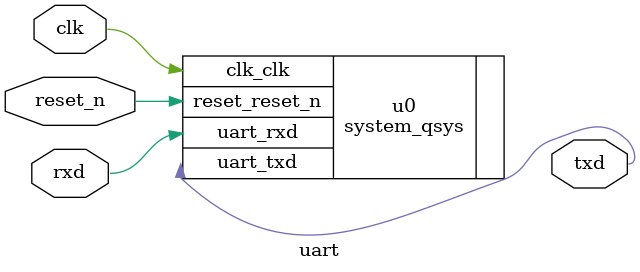
<source format=v>
module uart(
	input clk,
	input reset_n,
	//uart的接收和发送端
	input rxd,//接收
	output txd//发送
);

system_qsys u0 (
        .clk_clk       (clk),       //   clk.clk
        .reset_reset_n (reset_n), // reset.reset_n
        .uart_rxd      (rxd),      //  uart.rxd
        .uart_txd      (txd)       //      .txd
    );

endmodule
</source>
